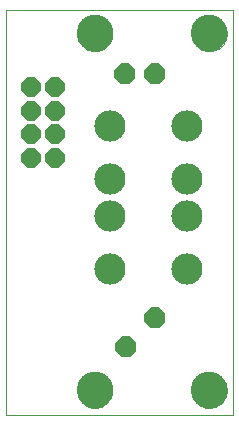
<source format=gbs>
G75*
%MOIN*%
%OFA0B0*%
%FSLAX24Y24*%
%IPPOS*%
%LPD*%
%AMOC8*
5,1,8,0,0,1.08239X$1,22.5*
%
%ADD10C,0.0000*%
%ADD11C,0.1221*%
%ADD12OC8,0.0700*%
%ADD13C,0.1040*%
%ADD14OC8,0.0640*%
D10*
X000147Y000177D02*
X000147Y013680D01*
X007730Y013680D01*
X007730Y000177D01*
X000147Y000177D01*
X002523Y001002D02*
X002525Y001050D01*
X002531Y001098D01*
X002541Y001145D01*
X002554Y001191D01*
X002572Y001236D01*
X002592Y001280D01*
X002617Y001322D01*
X002645Y001361D01*
X002675Y001398D01*
X002709Y001432D01*
X002746Y001464D01*
X002784Y001493D01*
X002825Y001518D01*
X002868Y001540D01*
X002913Y001558D01*
X002959Y001572D01*
X003006Y001583D01*
X003054Y001590D01*
X003102Y001593D01*
X003150Y001592D01*
X003198Y001587D01*
X003246Y001578D01*
X003292Y001566D01*
X003337Y001549D01*
X003381Y001529D01*
X003423Y001506D01*
X003463Y001479D01*
X003501Y001449D01*
X003536Y001416D01*
X003568Y001380D01*
X003598Y001342D01*
X003624Y001301D01*
X003646Y001258D01*
X003666Y001214D01*
X003681Y001169D01*
X003693Y001122D01*
X003701Y001074D01*
X003705Y001026D01*
X003705Y000978D01*
X003701Y000930D01*
X003693Y000882D01*
X003681Y000835D01*
X003666Y000790D01*
X003646Y000746D01*
X003624Y000703D01*
X003598Y000662D01*
X003568Y000624D01*
X003536Y000588D01*
X003501Y000555D01*
X003463Y000525D01*
X003423Y000498D01*
X003381Y000475D01*
X003337Y000455D01*
X003292Y000438D01*
X003246Y000426D01*
X003198Y000417D01*
X003150Y000412D01*
X003102Y000411D01*
X003054Y000414D01*
X003006Y000421D01*
X002959Y000432D01*
X002913Y000446D01*
X002868Y000464D01*
X002825Y000486D01*
X002784Y000511D01*
X002746Y000540D01*
X002709Y000572D01*
X002675Y000606D01*
X002645Y000643D01*
X002617Y000682D01*
X002592Y000724D01*
X002572Y000768D01*
X002554Y000813D01*
X002541Y000859D01*
X002531Y000906D01*
X002525Y000954D01*
X002523Y001002D01*
X006335Y001002D02*
X006337Y001050D01*
X006343Y001098D01*
X006353Y001145D01*
X006366Y001191D01*
X006384Y001236D01*
X006404Y001280D01*
X006429Y001322D01*
X006457Y001361D01*
X006487Y001398D01*
X006521Y001432D01*
X006558Y001464D01*
X006596Y001493D01*
X006637Y001518D01*
X006680Y001540D01*
X006725Y001558D01*
X006771Y001572D01*
X006818Y001583D01*
X006866Y001590D01*
X006914Y001593D01*
X006962Y001592D01*
X007010Y001587D01*
X007058Y001578D01*
X007104Y001566D01*
X007149Y001549D01*
X007193Y001529D01*
X007235Y001506D01*
X007275Y001479D01*
X007313Y001449D01*
X007348Y001416D01*
X007380Y001380D01*
X007410Y001342D01*
X007436Y001301D01*
X007458Y001258D01*
X007478Y001214D01*
X007493Y001169D01*
X007505Y001122D01*
X007513Y001074D01*
X007517Y001026D01*
X007517Y000978D01*
X007513Y000930D01*
X007505Y000882D01*
X007493Y000835D01*
X007478Y000790D01*
X007458Y000746D01*
X007436Y000703D01*
X007410Y000662D01*
X007380Y000624D01*
X007348Y000588D01*
X007313Y000555D01*
X007275Y000525D01*
X007235Y000498D01*
X007193Y000475D01*
X007149Y000455D01*
X007104Y000438D01*
X007058Y000426D01*
X007010Y000417D01*
X006962Y000412D01*
X006914Y000411D01*
X006866Y000414D01*
X006818Y000421D01*
X006771Y000432D01*
X006725Y000446D01*
X006680Y000464D01*
X006637Y000486D01*
X006596Y000511D01*
X006558Y000540D01*
X006521Y000572D01*
X006487Y000606D01*
X006457Y000643D01*
X006429Y000682D01*
X006404Y000724D01*
X006384Y000768D01*
X006366Y000813D01*
X006353Y000859D01*
X006343Y000906D01*
X006337Y000954D01*
X006335Y001002D01*
X006335Y012893D02*
X006337Y012941D01*
X006343Y012989D01*
X006353Y013036D01*
X006366Y013082D01*
X006384Y013127D01*
X006404Y013171D01*
X006429Y013213D01*
X006457Y013252D01*
X006487Y013289D01*
X006521Y013323D01*
X006558Y013355D01*
X006596Y013384D01*
X006637Y013409D01*
X006680Y013431D01*
X006725Y013449D01*
X006771Y013463D01*
X006818Y013474D01*
X006866Y013481D01*
X006914Y013484D01*
X006962Y013483D01*
X007010Y013478D01*
X007058Y013469D01*
X007104Y013457D01*
X007149Y013440D01*
X007193Y013420D01*
X007235Y013397D01*
X007275Y013370D01*
X007313Y013340D01*
X007348Y013307D01*
X007380Y013271D01*
X007410Y013233D01*
X007436Y013192D01*
X007458Y013149D01*
X007478Y013105D01*
X007493Y013060D01*
X007505Y013013D01*
X007513Y012965D01*
X007517Y012917D01*
X007517Y012869D01*
X007513Y012821D01*
X007505Y012773D01*
X007493Y012726D01*
X007478Y012681D01*
X007458Y012637D01*
X007436Y012594D01*
X007410Y012553D01*
X007380Y012515D01*
X007348Y012479D01*
X007313Y012446D01*
X007275Y012416D01*
X007235Y012389D01*
X007193Y012366D01*
X007149Y012346D01*
X007104Y012329D01*
X007058Y012317D01*
X007010Y012308D01*
X006962Y012303D01*
X006914Y012302D01*
X006866Y012305D01*
X006818Y012312D01*
X006771Y012323D01*
X006725Y012337D01*
X006680Y012355D01*
X006637Y012377D01*
X006596Y012402D01*
X006558Y012431D01*
X006521Y012463D01*
X006487Y012497D01*
X006457Y012534D01*
X006429Y012573D01*
X006404Y012615D01*
X006384Y012659D01*
X006366Y012704D01*
X006353Y012750D01*
X006343Y012797D01*
X006337Y012845D01*
X006335Y012893D01*
X002523Y012893D02*
X002525Y012941D01*
X002531Y012989D01*
X002541Y013036D01*
X002554Y013082D01*
X002572Y013127D01*
X002592Y013171D01*
X002617Y013213D01*
X002645Y013252D01*
X002675Y013289D01*
X002709Y013323D01*
X002746Y013355D01*
X002784Y013384D01*
X002825Y013409D01*
X002868Y013431D01*
X002913Y013449D01*
X002959Y013463D01*
X003006Y013474D01*
X003054Y013481D01*
X003102Y013484D01*
X003150Y013483D01*
X003198Y013478D01*
X003246Y013469D01*
X003292Y013457D01*
X003337Y013440D01*
X003381Y013420D01*
X003423Y013397D01*
X003463Y013370D01*
X003501Y013340D01*
X003536Y013307D01*
X003568Y013271D01*
X003598Y013233D01*
X003624Y013192D01*
X003646Y013149D01*
X003666Y013105D01*
X003681Y013060D01*
X003693Y013013D01*
X003701Y012965D01*
X003705Y012917D01*
X003705Y012869D01*
X003701Y012821D01*
X003693Y012773D01*
X003681Y012726D01*
X003666Y012681D01*
X003646Y012637D01*
X003624Y012594D01*
X003598Y012553D01*
X003568Y012515D01*
X003536Y012479D01*
X003501Y012446D01*
X003463Y012416D01*
X003423Y012389D01*
X003381Y012366D01*
X003337Y012346D01*
X003292Y012329D01*
X003246Y012317D01*
X003198Y012308D01*
X003150Y012303D01*
X003102Y012302D01*
X003054Y012305D01*
X003006Y012312D01*
X002959Y012323D01*
X002913Y012337D01*
X002868Y012355D01*
X002825Y012377D01*
X002784Y012402D01*
X002746Y012431D01*
X002709Y012463D01*
X002675Y012497D01*
X002645Y012534D01*
X002617Y012573D01*
X002592Y012615D01*
X002572Y012659D01*
X002554Y012704D01*
X002541Y012750D01*
X002531Y012797D01*
X002525Y012845D01*
X002523Y012893D01*
D11*
X003114Y012893D03*
X006926Y012893D03*
X006926Y001002D03*
X003114Y001002D03*
D12*
X004155Y002435D03*
X005139Y003419D03*
X005122Y011552D03*
X004122Y011552D03*
D13*
X003617Y009817D03*
X003617Y008037D03*
X003617Y006817D03*
X003617Y005037D03*
X006177Y005037D03*
X006177Y006817D03*
X006177Y008037D03*
X006177Y009817D03*
D14*
X001791Y009534D03*
X001791Y010321D03*
X001791Y011108D03*
X001004Y011108D03*
X001004Y010321D03*
X001004Y009534D03*
X001004Y008746D03*
X001791Y008746D03*
M02*

</source>
